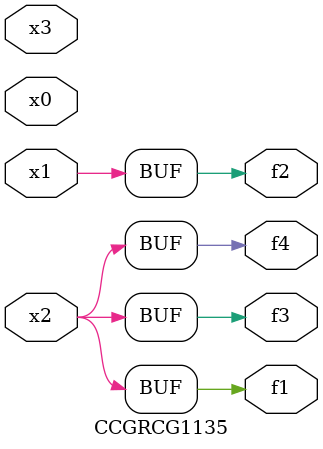
<source format=v>
module CCGRCG1135(
	input x0, x1, x2, x3,
	output f1, f2, f3, f4
);
	assign f1 = x2;
	assign f2 = x1;
	assign f3 = x2;
	assign f4 = x2;
endmodule

</source>
